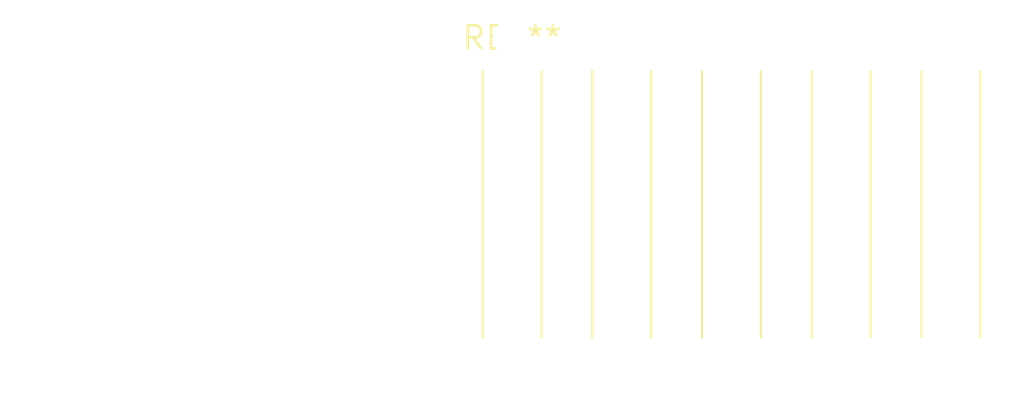
<source format=kicad_pcb>
(kicad_pcb (version 20240108) (generator pcbnew)
  (layers (0 "F.Cu" signal) (31 "B.Cu" signal) (34 "B.Paste" user) (35 "F.Paste" user) (36 "B.SilkS" user "B.Silkscreen") (37 "F.SilkS" user "F.Silkscreen") (38 "B.Mask" user) (39 "F.Mask" user) (44 "Edge.Cuts" user))
  (net 0 "")
  (footprint "SolderWire-1.5sqmm_1x05_P6mm_D1.7mm_OD3mm_Relief" (layer "F.Cu") (at 0 0)
    (property "Reference" "REF**")
    (property "Value" "SolderWire-1.5sqmm_1x05_P6mm_D1.7mm_OD3mm_Relief")
    (fp_line (start -1.61 1.81) (end -1.61 16.39) (layer "F.SilkS") (stroke (width 0.12)))
    (fp_line (start 1.61 1.81) (end 1.61 16.39) (layer "F.SilkS") (stroke (width 0.12)))
    (fp_line (start 4.39 1.81) (end 4.39 16.39) (layer "F.SilkS") (stroke (width 0.12)))
    (fp_line (start 7.61 1.81) (end 7.61 16.39) (layer "F.SilkS") (stroke (width 0.12)))
    (fp_line (start 10.39 1.81) (end 10.39 16.39) (layer "F.SilkS") (stroke (width 0.12)))
    (fp_line (start 13.61 1.81) (end 13.61 16.39) (layer "F.SilkS") (stroke (width 0.12)))
    (fp_line (start 16.39 1.81) (end 16.39 16.39) (layer "F.SilkS") (stroke (width 0.12)))
    (fp_line (start 19.61 1.81) (end 19.61 16.39) (layer "F.SilkS") (stroke (width 0.12)))
    (fp_line (start 22.39 1.81) (end 22.39 16.39) (layer "F.SilkS") (stroke (width 0.12)))
    (fp_line (start 25.61 1.81) (end 25.61 16.39) (layer "F.SilkS") (stroke (width 0.12)))
    (pad "" np_thru_hole circle (at 0 18) (size 3.5 3.5) (drill 3.5) (layers *.Cu *.Mask))
    (pad "" np_thru_hole circle (at 6 18) (size 3.5 3.5) (drill 3.5) (layers *.Cu *.Mask))
    (pad "" np_thru_hole circle (at 12 18) (size 3.5 3.5) (drill 3.5) (layers *.Cu *.Mask))
    (pad "" np_thru_hole circle (at 18 18) (size 3.5 3.5) (drill 3.5) (layers *.Cu *.Mask))
    (pad "" np_thru_hole circle (at 24 18) (size 3.5 3.5) (drill 3.5) (layers *.Cu *.Mask))
    (pad "1" thru_hole roundrect (at 0 0) (size 3.1 3.1) (drill 2.1) (layers *.Cu *.Mask) (remove_unused_layers) (roundrect_rratio 0.080645))
    (pad "2" thru_hole circle (at 6 0) (size 3.1 3.1) (drill 2.1) (layers *.Cu *.Mask) (remove_unused_layers))
    (pad "3" thru_hole circle (at 12 0) (size 3.1 3.1) (drill 2.1) (layers *.Cu *.Mask) (remove_unused_layers))
    (pad "4" thru_hole circle (at 18 0) (size 3.1 3.1) (drill 2.1) (layers *.Cu *.Mask) (remove_unused_layers))
    (pad "5" thru_hole circle (at 24 0) (size 3.1 3.1) (drill 2.1) (layers *.Cu *.Mask) (remove_unused_layers))
  )
)
</source>
